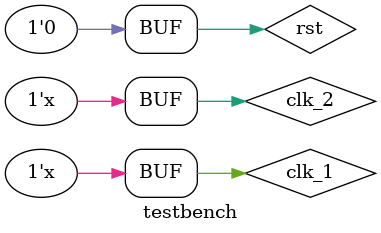
<source format=v>

`timescale 1ns/1ps
module testbench;

reg clk_1;
reg clk_2;
reg rst;

riscv_top #(.SIM(1)) top(
    .CLOCK_P(clk_1),
    .CLOCK_N(clk_2),
    .btnC(rst),
    .Tx(),
    .Rx(),
    .led()
);

initial begin
  clk_1=0;
  clk_2=1;
  rst=1;
#500
  rst=0; 
end

always #10 clk_1=!clk_1;
always #10 clk_2=!clk_2;

endmodule
</source>
